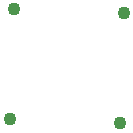
<source format=gbl>
G04*
G04 #@! TF.GenerationSoftware,Altium Limited,Altium Designer,22.11.1 (43)*
G04*
G04 Layer_Physical_Order=2*
G04 Layer_Color=16711680*
%FSLAX43Y43*%
%MOMM*%
G71*
G04*
G04 #@! TF.SameCoordinates,EBCFDBAD-CF69-4633-B5B4-E8AFAE9BFA5E*
G04*
G04*
G04 #@! TF.FilePolarity,Positive*
G04*
G01*
G75*
%ADD11C,1.100*%
D11*
X-4828Y-4500D02*
D03*
X4500Y-4828D02*
D03*
X-4500Y4828D02*
D03*
X4828Y4500D02*
D03*
M02*

</source>
